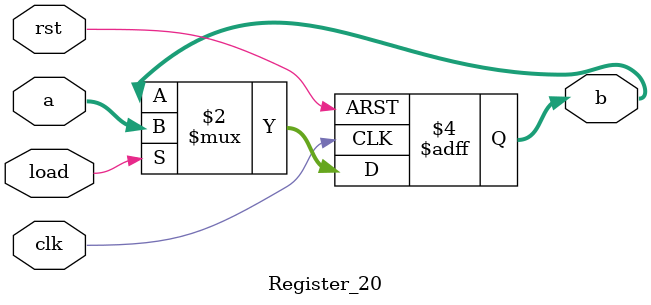
<source format=v>
`timescale 1ns / 1ps
module Register_20(input clk, rst, load,
						 input[19:0] a,
						 output reg[19:0] b);
	
	always @(posedge clk, posedge rst) begin
		if(rst)
			b <= 20'b0;
		else if(load)
			b <= a;
	end

	
endmodule

</source>
